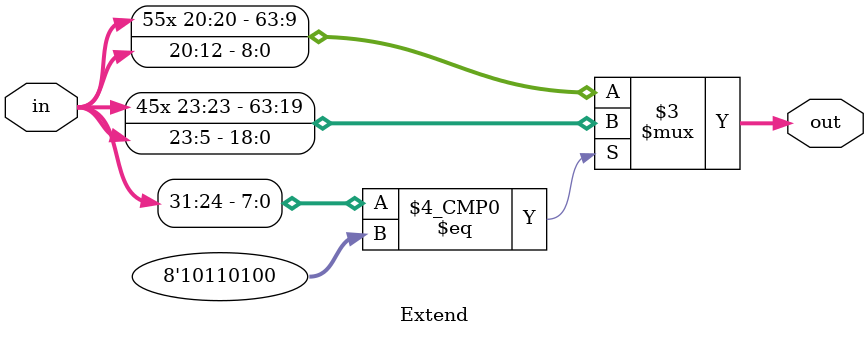
<source format=v>
`timescale 1ns / 1ps


module Extend(in, out);
    input [31:0] in;
    output reg [63:0] out;
    
    always @(*)
    casez (in[31:21])
    11'b10110100zzz: begin  // CBZ
        out = {{45{in[23]}}, in[23:5]};
    end
    default: begin          // D-type
        out = {{55{in[20]}}, in[20:12]};
    end
    endcase
    
endmodule

</source>
